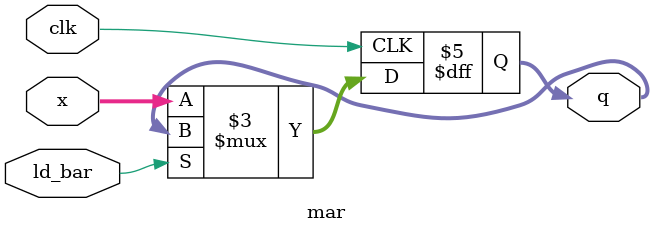
<source format=v>
module mar  (q, x, ld_bar, clk);

input [3: 0] x;
input ld_bar, clk ; 
output reg[3 : 0] q;

always @(posedge clk )
begin 
    if (~ld_bar)
    begin
        q <= x ;
    end
end
endmodule
</source>
